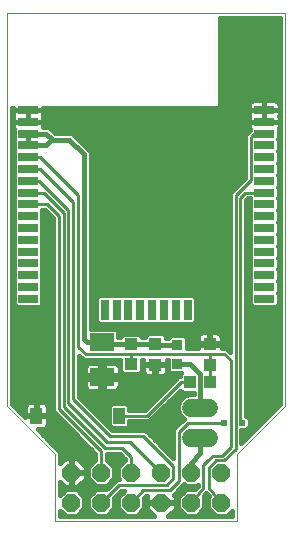
<source format=gtl>
G75*
%MOIN*%
%OFA0B0*%
%FSLAX25Y25*%
%IPPOS*%
%LPD*%
%AMOC8*
5,1,8,0,0,1.08239X$1,22.5*
%
%ADD10C,0.00000*%
%ADD11R,0.07874X0.05906*%
%ADD12R,0.04252X0.04134*%
%ADD13C,0.06000*%
%ADD14OC8,0.06000*%
%ADD15R,0.03543X0.03543*%
%ADD16R,0.03937X0.04331*%
%ADD17R,0.04331X0.03937*%
%ADD18R,0.03937X0.05512*%
%ADD19R,0.06693X0.02756*%
%ADD20R,0.02756X0.06693*%
%ADD21C,0.01600*%
%ADD22C,0.02400*%
%ADD23C,0.01000*%
%ADD24C,0.01500*%
D10*
X0065100Y0041600D02*
X0065100Y0064000D01*
X0049100Y0080000D01*
X0049100Y0211100D01*
X0141900Y0211100D01*
X0141900Y0080000D01*
X0125900Y0064000D01*
X0125900Y0041600D01*
X0065100Y0041600D01*
D11*
X0080900Y0089694D03*
X0080900Y0101506D03*
D12*
X0098500Y0100745D03*
X0098500Y0093855D03*
X0116700Y0093855D03*
X0116700Y0100745D03*
D13*
X0116500Y0079500D02*
X0110500Y0079500D01*
X0110500Y0069500D02*
X0116500Y0069500D01*
D14*
X0120500Y0057800D03*
X0120500Y0047800D03*
X0110500Y0047800D03*
X0110500Y0057800D03*
X0100500Y0057800D03*
X0100500Y0047800D03*
X0090500Y0047800D03*
X0090500Y0057800D03*
X0080500Y0057800D03*
X0080500Y0047800D03*
X0070500Y0047800D03*
X0070500Y0057800D03*
D15*
X0105900Y0094150D03*
X0105900Y0100450D03*
D16*
X0110154Y0088000D03*
X0116846Y0088000D03*
D17*
X0090400Y0093954D03*
X0090400Y0100646D03*
D18*
X0086500Y0076800D03*
X0058941Y0076800D03*
D19*
X0056130Y0115731D03*
X0056130Y0119668D03*
X0056130Y0123605D03*
X0056130Y0127542D03*
X0056130Y0131479D03*
X0056130Y0135416D03*
X0056130Y0139353D03*
X0056130Y0143290D03*
X0056130Y0147227D03*
X0056130Y0151164D03*
X0056130Y0155101D03*
X0056130Y0159038D03*
X0056130Y0162975D03*
X0056130Y0166912D03*
X0056130Y0170849D03*
X0056130Y0174786D03*
X0056130Y0178723D03*
X0134870Y0178723D03*
X0134870Y0174786D03*
X0134870Y0170849D03*
X0134870Y0166912D03*
X0134870Y0162975D03*
X0134870Y0159038D03*
X0134870Y0155101D03*
X0134870Y0151164D03*
X0134870Y0147227D03*
X0134870Y0143290D03*
X0134870Y0139353D03*
X0134870Y0135416D03*
X0134870Y0131479D03*
X0134870Y0127542D03*
X0134870Y0123605D03*
X0134870Y0119668D03*
X0134870Y0115731D03*
D20*
X0109280Y0112187D03*
X0105343Y0112187D03*
X0101406Y0112187D03*
X0097469Y0112187D03*
X0093531Y0112187D03*
X0089594Y0112187D03*
X0085657Y0112187D03*
X0081720Y0112187D03*
D21*
X0059401Y0072244D02*
X0065846Y0065800D01*
X0066900Y0064746D01*
X0066900Y0060988D01*
X0068512Y0062600D01*
X0070300Y0062600D01*
X0070300Y0058000D01*
X0070700Y0058000D01*
X0070700Y0062600D01*
X0072488Y0062600D01*
X0075300Y0059788D01*
X0075300Y0058000D01*
X0070700Y0058000D01*
X0070700Y0057600D01*
X0075300Y0057600D01*
X0075300Y0055812D01*
X0072488Y0053000D01*
X0070700Y0053000D01*
X0070700Y0057600D01*
X0070300Y0057600D01*
X0070300Y0053000D01*
X0068512Y0053000D01*
X0066900Y0054612D01*
X0066900Y0050423D01*
X0068677Y0052200D01*
X0072323Y0052200D01*
X0074900Y0049623D01*
X0074900Y0045977D01*
X0072323Y0043400D01*
X0068677Y0043400D01*
X0066900Y0045177D01*
X0066900Y0043400D01*
X0098112Y0043400D01*
X0095700Y0045812D01*
X0095700Y0047600D01*
X0100300Y0047600D01*
X0100300Y0048000D01*
X0095700Y0048000D01*
X0095700Y0049788D01*
X0095912Y0050000D01*
X0095387Y0050000D01*
X0094900Y0049513D01*
X0094900Y0045977D01*
X0092323Y0043400D01*
X0088677Y0043400D01*
X0086100Y0045977D01*
X0086100Y0049623D01*
X0088277Y0051800D01*
X0087187Y0051800D01*
X0084900Y0049513D01*
X0084900Y0045977D01*
X0082323Y0043400D01*
X0078677Y0043400D01*
X0076100Y0045977D01*
X0076100Y0049623D01*
X0078677Y0052200D01*
X0082213Y0052200D01*
X0084500Y0054487D01*
X0085613Y0055600D01*
X0086477Y0055600D01*
X0086100Y0055977D01*
X0086100Y0059623D01*
X0088595Y0062118D01*
X0086713Y0064000D01*
X0082400Y0064000D01*
X0082400Y0062123D01*
X0084900Y0059623D01*
X0084900Y0055977D01*
X0082323Y0053400D01*
X0078677Y0053400D01*
X0076100Y0055977D01*
X0076100Y0059623D01*
X0078600Y0062123D01*
X0078600Y0064113D01*
X0065613Y0077100D01*
X0064500Y0078213D01*
X0064500Y0142540D01*
X0061713Y0145327D01*
X0060876Y0145327D01*
X0060876Y0145269D01*
X0060866Y0145258D01*
X0060876Y0145248D01*
X0060876Y0141332D01*
X0060866Y0141321D01*
X0060876Y0141311D01*
X0060876Y0137395D01*
X0060866Y0137384D01*
X0060876Y0137374D01*
X0060876Y0133458D01*
X0060866Y0133447D01*
X0060876Y0133437D01*
X0060876Y0129521D01*
X0060866Y0129510D01*
X0060876Y0129500D01*
X0060876Y0125584D01*
X0060866Y0125573D01*
X0060876Y0125563D01*
X0060876Y0121647D01*
X0060866Y0121636D01*
X0060876Y0121626D01*
X0060876Y0117710D01*
X0060866Y0117699D01*
X0060876Y0117689D01*
X0060876Y0113773D01*
X0060056Y0112953D01*
X0052204Y0112953D01*
X0051383Y0113773D01*
X0051383Y0117689D01*
X0051394Y0117699D01*
X0051383Y0117710D01*
X0051383Y0121626D01*
X0051394Y0121636D01*
X0051383Y0121647D01*
X0051383Y0125563D01*
X0051394Y0125573D01*
X0051383Y0125584D01*
X0051383Y0129500D01*
X0051394Y0129510D01*
X0051383Y0129521D01*
X0051383Y0133437D01*
X0051394Y0133447D01*
X0051383Y0133458D01*
X0051383Y0137374D01*
X0051394Y0137384D01*
X0051383Y0137395D01*
X0051383Y0141311D01*
X0051394Y0141321D01*
X0051383Y0141332D01*
X0051383Y0145248D01*
X0051394Y0145258D01*
X0051383Y0145269D01*
X0051383Y0149185D01*
X0051394Y0149195D01*
X0051383Y0149206D01*
X0051383Y0153122D01*
X0051394Y0153132D01*
X0051383Y0153143D01*
X0051383Y0157059D01*
X0051394Y0157069D01*
X0051383Y0157080D01*
X0051383Y0160996D01*
X0051394Y0161006D01*
X0051383Y0161017D01*
X0051383Y0164933D01*
X0051394Y0164943D01*
X0051383Y0164954D01*
X0051383Y0168870D01*
X0051394Y0168880D01*
X0051383Y0168891D01*
X0051383Y0172262D01*
X0051343Y0172303D01*
X0051106Y0172713D01*
X0050983Y0173171D01*
X0050983Y0174786D01*
X0056130Y0174786D01*
X0056130Y0174786D01*
X0056130Y0175545D01*
X0056130Y0178723D01*
X0061276Y0178723D01*
X0061276Y0179248D01*
X0119557Y0179248D01*
X0120172Y0179863D01*
X0120172Y0209300D01*
X0140100Y0209300D01*
X0140100Y0080746D01*
X0127200Y0067846D01*
X0127200Y0071900D01*
X0128117Y0071900D01*
X0129073Y0072296D01*
X0129804Y0073027D01*
X0130200Y0073983D01*
X0130200Y0075017D01*
X0129804Y0075973D01*
X0129073Y0076704D01*
X0128800Y0076817D01*
X0128800Y0148713D01*
X0129351Y0149264D01*
X0130124Y0149264D01*
X0130124Y0149206D01*
X0130134Y0149195D01*
X0130124Y0149185D01*
X0130124Y0145269D01*
X0130134Y0145258D01*
X0130124Y0145248D01*
X0130124Y0141332D01*
X0130134Y0141321D01*
X0130124Y0141311D01*
X0130124Y0137395D01*
X0130134Y0137384D01*
X0130124Y0137374D01*
X0130124Y0133458D01*
X0130134Y0133447D01*
X0130124Y0133437D01*
X0130124Y0129521D01*
X0130134Y0129510D01*
X0130124Y0129500D01*
X0130124Y0125584D01*
X0130134Y0125573D01*
X0130124Y0125563D01*
X0130124Y0121647D01*
X0130134Y0121636D01*
X0130124Y0121626D01*
X0130124Y0117710D01*
X0130134Y0117699D01*
X0130124Y0117689D01*
X0130124Y0113773D01*
X0130944Y0112953D01*
X0138796Y0112953D01*
X0139617Y0113773D01*
X0139617Y0117689D01*
X0139606Y0117699D01*
X0139617Y0117710D01*
X0139617Y0121626D01*
X0139606Y0121636D01*
X0139617Y0121647D01*
X0139617Y0125563D01*
X0139606Y0125573D01*
X0139617Y0125584D01*
X0139617Y0129500D01*
X0139606Y0129510D01*
X0139617Y0129521D01*
X0139617Y0133437D01*
X0139606Y0133447D01*
X0139617Y0133458D01*
X0139617Y0137374D01*
X0139606Y0137384D01*
X0139617Y0137395D01*
X0139617Y0141311D01*
X0139606Y0141321D01*
X0139617Y0141332D01*
X0139617Y0145248D01*
X0139606Y0145258D01*
X0139617Y0145269D01*
X0139617Y0149185D01*
X0139606Y0149195D01*
X0139617Y0149206D01*
X0139617Y0153122D01*
X0139606Y0153132D01*
X0139617Y0153143D01*
X0139617Y0157059D01*
X0139606Y0157069D01*
X0139617Y0157080D01*
X0139617Y0160996D01*
X0139606Y0161006D01*
X0139617Y0161017D01*
X0139617Y0164933D01*
X0139606Y0164943D01*
X0139617Y0164954D01*
X0139617Y0168870D01*
X0139606Y0168880D01*
X0139617Y0168891D01*
X0139617Y0172262D01*
X0139657Y0172303D01*
X0139894Y0172713D01*
X0140017Y0173171D01*
X0140017Y0174786D01*
X0140017Y0176401D01*
X0139922Y0176754D01*
X0140017Y0177108D01*
X0140017Y0178723D01*
X0140017Y0180338D01*
X0139894Y0180796D01*
X0139657Y0181206D01*
X0139322Y0181541D01*
X0138911Y0181778D01*
X0138454Y0181901D01*
X0134870Y0181901D01*
X0131287Y0181901D01*
X0130829Y0181778D01*
X0130418Y0181541D01*
X0130083Y0181206D01*
X0129846Y0180796D01*
X0129724Y0180338D01*
X0129724Y0178723D01*
X0134870Y0178723D01*
X0134870Y0181901D01*
X0134870Y0178723D01*
X0134870Y0178723D01*
X0134870Y0178723D01*
X0140017Y0178723D01*
X0134870Y0178723D01*
X0134870Y0178723D01*
X0129724Y0178723D01*
X0129724Y0177108D01*
X0129818Y0176754D01*
X0129724Y0176401D01*
X0129724Y0174786D01*
X0134870Y0174786D01*
X0134870Y0178723D01*
X0134870Y0178723D01*
X0134870Y0175545D01*
X0134870Y0174786D01*
X0134870Y0174786D01*
X0134870Y0174786D01*
X0140017Y0174786D01*
X0134870Y0174786D01*
X0134870Y0174786D01*
X0129724Y0174786D01*
X0129724Y0173171D01*
X0129846Y0172713D01*
X0130083Y0172303D01*
X0130124Y0172262D01*
X0130124Y0172111D01*
X0129649Y0171636D01*
X0128500Y0170487D01*
X0128500Y0156087D01*
X0123400Y0150987D01*
X0123400Y0098187D01*
X0122387Y0099200D01*
X0120626Y0099200D01*
X0120626Y0100511D01*
X0116934Y0100511D01*
X0116934Y0100978D01*
X0120626Y0100978D01*
X0120626Y0103049D01*
X0120503Y0103507D01*
X0120266Y0103917D01*
X0119931Y0104252D01*
X0119521Y0104489D01*
X0119063Y0104612D01*
X0116933Y0104612D01*
X0116933Y0100978D01*
X0116467Y0100978D01*
X0116467Y0104612D01*
X0114337Y0104612D01*
X0113879Y0104489D01*
X0113469Y0104252D01*
X0113134Y0103917D01*
X0112897Y0103507D01*
X0112774Y0103049D01*
X0112774Y0100978D01*
X0116466Y0100978D01*
X0116466Y0100511D01*
X0112774Y0100511D01*
X0112774Y0099200D01*
X0109072Y0099200D01*
X0109072Y0102801D01*
X0108252Y0103621D01*
X0103548Y0103621D01*
X0102728Y0102801D01*
X0102728Y0102650D01*
X0102026Y0102650D01*
X0102026Y0103392D01*
X0101206Y0104212D01*
X0095794Y0104212D01*
X0094974Y0103392D01*
X0094974Y0102945D01*
X0093965Y0102945D01*
X0093965Y0103195D01*
X0093145Y0104015D01*
X0087655Y0104015D01*
X0086835Y0103195D01*
X0086835Y0103000D01*
X0086237Y0103000D01*
X0086237Y0105038D01*
X0085417Y0105858D01*
X0077000Y0105858D01*
X0077000Y0164811D01*
X0075711Y0166100D01*
X0072100Y0169711D01*
X0072100Y0169711D01*
X0070811Y0171000D01*
X0065211Y0171000D01*
X0064711Y0171500D01*
X0063162Y0173049D01*
X0061244Y0173049D01*
X0061276Y0173171D01*
X0061276Y0174786D01*
X0061276Y0176401D01*
X0061182Y0176754D01*
X0061276Y0177108D01*
X0061276Y0178723D01*
X0056130Y0178723D01*
X0056130Y0178723D01*
X0056130Y0178723D01*
X0050983Y0178723D01*
X0050983Y0179248D01*
X0050900Y0179248D01*
X0050900Y0080746D01*
X0055172Y0076473D01*
X0055172Y0076616D01*
X0058757Y0076616D01*
X0058757Y0076984D01*
X0055172Y0076984D01*
X0055172Y0079793D01*
X0055295Y0080251D01*
X0055532Y0080661D01*
X0055867Y0080996D01*
X0056278Y0081233D01*
X0056735Y0081356D01*
X0058757Y0081356D01*
X0058757Y0076984D01*
X0059125Y0076984D01*
X0062709Y0076984D01*
X0062709Y0079793D01*
X0062587Y0080251D01*
X0062350Y0080661D01*
X0062015Y0080996D01*
X0061604Y0081233D01*
X0061146Y0081356D01*
X0059125Y0081356D01*
X0059125Y0076984D01*
X0059125Y0076616D01*
X0062709Y0076616D01*
X0062709Y0073807D01*
X0062587Y0073349D01*
X0062350Y0072939D01*
X0062015Y0072604D01*
X0061604Y0072367D01*
X0061146Y0072244D01*
X0059401Y0072244D01*
X0059674Y0071972D02*
X0070741Y0071972D01*
X0069143Y0073570D02*
X0062646Y0073570D01*
X0062709Y0075169D02*
X0067544Y0075169D01*
X0065946Y0076767D02*
X0059125Y0076767D01*
X0058757Y0076767D02*
X0054878Y0076767D01*
X0055172Y0078366D02*
X0053280Y0078366D01*
X0051681Y0079964D02*
X0055218Y0079964D01*
X0058757Y0079964D02*
X0059125Y0079964D01*
X0059125Y0078366D02*
X0058757Y0078366D01*
X0062709Y0078366D02*
X0064500Y0078366D01*
X0064500Y0079964D02*
X0062664Y0079964D01*
X0064500Y0081563D02*
X0050900Y0081563D01*
X0050900Y0083161D02*
X0064500Y0083161D01*
X0064500Y0084760D02*
X0050900Y0084760D01*
X0050900Y0086358D02*
X0064500Y0086358D01*
X0064500Y0087957D02*
X0050900Y0087957D01*
X0050900Y0089555D02*
X0064500Y0089555D01*
X0064500Y0091154D02*
X0050900Y0091154D01*
X0050900Y0092752D02*
X0064500Y0092752D01*
X0064500Y0094351D02*
X0050900Y0094351D01*
X0050900Y0095949D02*
X0064500Y0095949D01*
X0064500Y0097548D02*
X0050900Y0097548D01*
X0050900Y0099146D02*
X0064500Y0099146D01*
X0064500Y0100745D02*
X0050900Y0100745D01*
X0050900Y0102343D02*
X0064500Y0102343D01*
X0064500Y0103942D02*
X0050900Y0103942D01*
X0050900Y0105540D02*
X0064500Y0105540D01*
X0064500Y0107139D02*
X0050900Y0107139D01*
X0050900Y0108737D02*
X0064500Y0108737D01*
X0064500Y0110336D02*
X0050900Y0110336D01*
X0050900Y0111934D02*
X0064500Y0111934D01*
X0064500Y0113533D02*
X0060637Y0113533D01*
X0060876Y0115132D02*
X0064500Y0115132D01*
X0064500Y0116730D02*
X0060876Y0116730D01*
X0060876Y0118329D02*
X0064500Y0118329D01*
X0064500Y0119927D02*
X0060876Y0119927D01*
X0060876Y0121526D02*
X0064500Y0121526D01*
X0064500Y0123124D02*
X0060876Y0123124D01*
X0060876Y0124723D02*
X0064500Y0124723D01*
X0064500Y0126321D02*
X0060876Y0126321D01*
X0060876Y0127920D02*
X0064500Y0127920D01*
X0064500Y0129518D02*
X0060874Y0129518D01*
X0060876Y0131117D02*
X0064500Y0131117D01*
X0064500Y0132715D02*
X0060876Y0132715D01*
X0060876Y0134314D02*
X0064500Y0134314D01*
X0064500Y0135912D02*
X0060876Y0135912D01*
X0060876Y0137511D02*
X0064500Y0137511D01*
X0064500Y0139109D02*
X0060876Y0139109D01*
X0060876Y0140708D02*
X0064500Y0140708D01*
X0064500Y0142306D02*
X0060876Y0142306D01*
X0060876Y0143905D02*
X0063135Y0143905D01*
X0051383Y0143905D02*
X0050900Y0143905D01*
X0050900Y0145503D02*
X0051383Y0145503D01*
X0051383Y0147102D02*
X0050900Y0147102D01*
X0050900Y0148700D02*
X0051383Y0148700D01*
X0051383Y0150299D02*
X0050900Y0150299D01*
X0050900Y0151897D02*
X0051383Y0151897D01*
X0051383Y0153496D02*
X0050900Y0153496D01*
X0050900Y0155094D02*
X0051383Y0155094D01*
X0051383Y0156693D02*
X0050900Y0156693D01*
X0050900Y0158291D02*
X0051383Y0158291D01*
X0051383Y0159890D02*
X0050900Y0159890D01*
X0050900Y0161488D02*
X0051383Y0161488D01*
X0051383Y0163087D02*
X0050900Y0163087D01*
X0050900Y0164685D02*
X0051383Y0164685D01*
X0051383Y0166284D02*
X0050900Y0166284D01*
X0050900Y0167882D02*
X0051383Y0167882D01*
X0051383Y0169481D02*
X0050900Y0169481D01*
X0050900Y0171079D02*
X0051383Y0171079D01*
X0051126Y0172678D02*
X0050900Y0172678D01*
X0050900Y0174276D02*
X0050983Y0174276D01*
X0050983Y0174786D02*
X0056130Y0174786D01*
X0061276Y0174786D01*
X0056130Y0174786D01*
X0056130Y0174786D01*
X0056130Y0178723D01*
X0056130Y0178723D01*
X0050983Y0178723D01*
X0050983Y0177108D01*
X0051078Y0176754D01*
X0050983Y0176401D01*
X0050983Y0174786D01*
X0050983Y0175875D02*
X0050900Y0175875D01*
X0050900Y0177473D02*
X0050983Y0177473D01*
X0050983Y0179072D02*
X0050900Y0179072D01*
X0056130Y0177473D02*
X0056130Y0177473D01*
X0056130Y0175875D02*
X0056130Y0175875D01*
X0056130Y0174786D02*
X0056130Y0174786D01*
X0056130Y0170849D02*
X0062251Y0170849D01*
X0063800Y0169300D01*
X0063800Y0168800D01*
X0069900Y0168800D01*
X0074800Y0163900D01*
X0074800Y0102200D01*
X0075800Y0101200D01*
X0081006Y0101200D01*
X0080900Y0101506D01*
X0083394Y0101506D01*
X0084100Y0100800D01*
X0089635Y0100800D01*
X0089941Y0101106D01*
X0090400Y0100646D01*
X0090498Y0100745D01*
X0098500Y0100745D01*
X0098795Y0100450D01*
X0105900Y0100450D01*
X0109072Y0100745D02*
X0116466Y0100745D01*
X0116934Y0100745D02*
X0123400Y0100745D01*
X0123400Y0102343D02*
X0120626Y0102343D01*
X0120241Y0103942D02*
X0123400Y0103942D01*
X0123400Y0105540D02*
X0085735Y0105540D01*
X0086237Y0103942D02*
X0087582Y0103942D01*
X0087615Y0107441D02*
X0083700Y0107441D01*
X0083689Y0107452D01*
X0083678Y0107441D01*
X0079763Y0107441D01*
X0078943Y0108261D01*
X0078943Y0116114D01*
X0079763Y0116934D01*
X0083678Y0116934D01*
X0083689Y0116923D01*
X0083700Y0116934D01*
X0087615Y0116934D01*
X0087626Y0116923D01*
X0087637Y0116934D01*
X0091552Y0116934D01*
X0091563Y0116923D01*
X0091574Y0116934D01*
X0095489Y0116934D01*
X0095500Y0116923D01*
X0095511Y0116934D01*
X0099426Y0116934D01*
X0099437Y0116923D01*
X0099448Y0116934D01*
X0103363Y0116934D01*
X0103374Y0116923D01*
X0103385Y0116934D01*
X0107300Y0116934D01*
X0107311Y0116923D01*
X0107322Y0116934D01*
X0111237Y0116934D01*
X0112057Y0116114D01*
X0112057Y0108261D01*
X0111237Y0107441D01*
X0107322Y0107441D01*
X0107311Y0107452D01*
X0107300Y0107441D01*
X0103385Y0107441D01*
X0103374Y0107452D01*
X0103363Y0107441D01*
X0099448Y0107441D01*
X0099437Y0107452D01*
X0099426Y0107441D01*
X0095511Y0107441D01*
X0095500Y0107452D01*
X0095489Y0107441D01*
X0091574Y0107441D01*
X0091563Y0107452D01*
X0091552Y0107441D01*
X0087637Y0107441D01*
X0087626Y0107452D01*
X0087615Y0107441D01*
X0093218Y0103942D02*
X0095524Y0103942D01*
X0090400Y0100646D02*
X0090400Y0100345D01*
X0086835Y0095400D02*
X0086835Y0091405D01*
X0087655Y0090585D01*
X0093145Y0090585D01*
X0093965Y0091405D01*
X0093965Y0095400D01*
X0094574Y0095400D01*
X0094574Y0094089D01*
X0098266Y0094089D01*
X0098266Y0093622D01*
X0094574Y0093622D01*
X0094574Y0091551D01*
X0094697Y0091093D01*
X0094934Y0090683D01*
X0095269Y0090348D01*
X0095679Y0090111D01*
X0096137Y0089988D01*
X0098267Y0089988D01*
X0098267Y0093622D01*
X0098733Y0093622D01*
X0098733Y0089988D01*
X0100863Y0089988D01*
X0101321Y0090111D01*
X0101731Y0090348D01*
X0102066Y0090683D01*
X0102303Y0091093D01*
X0102426Y0091551D01*
X0102426Y0093622D01*
X0098734Y0093622D01*
X0098734Y0094089D01*
X0102426Y0094089D01*
X0102426Y0095400D01*
X0102728Y0095400D01*
X0102728Y0091799D01*
X0103548Y0090979D01*
X0107019Y0090979D01*
X0106785Y0090745D01*
X0106785Y0089900D01*
X0106213Y0089900D01*
X0105100Y0088787D01*
X0095013Y0078700D01*
X0089868Y0078700D01*
X0089868Y0080136D01*
X0089048Y0080956D01*
X0083952Y0080956D01*
X0083131Y0080136D01*
X0083131Y0073464D01*
X0083952Y0072644D01*
X0089048Y0072644D01*
X0089868Y0073464D01*
X0089868Y0074900D01*
X0096587Y0074900D01*
X0106863Y0085176D01*
X0107605Y0084435D01*
X0111350Y0084435D01*
X0111350Y0083900D01*
X0109625Y0083900D01*
X0108008Y0083230D01*
X0106770Y0081992D01*
X0106100Y0080375D01*
X0106100Y0078625D01*
X0106770Y0077008D01*
X0107995Y0075782D01*
X0107500Y0075287D01*
X0104500Y0072287D01*
X0104500Y0062687D01*
X0096300Y0070887D01*
X0095187Y0072000D01*
X0084187Y0072000D01*
X0073100Y0083087D01*
X0073100Y0096813D01*
X0074513Y0095400D01*
X0086835Y0095400D01*
X0086835Y0094351D02*
X0085434Y0094351D01*
X0085532Y0094325D02*
X0085074Y0094447D01*
X0081576Y0094447D01*
X0081576Y0090371D01*
X0080224Y0090371D01*
X0080224Y0094447D01*
X0076726Y0094447D01*
X0076268Y0094325D01*
X0075858Y0094088D01*
X0075523Y0093752D01*
X0075286Y0093342D01*
X0075163Y0092884D01*
X0075163Y0090371D01*
X0080224Y0090371D01*
X0080224Y0089018D01*
X0081576Y0089018D01*
X0081576Y0084942D01*
X0085074Y0084942D01*
X0085532Y0085064D01*
X0085942Y0085301D01*
X0086277Y0085637D01*
X0086514Y0086047D01*
X0086637Y0086505D01*
X0086637Y0089018D01*
X0081576Y0089018D01*
X0081576Y0090371D01*
X0086637Y0090371D01*
X0086637Y0092884D01*
X0086514Y0093342D01*
X0086277Y0093752D01*
X0085942Y0094088D01*
X0085532Y0094325D01*
X0086637Y0092752D02*
X0086835Y0092752D01*
X0086637Y0091154D02*
X0087086Y0091154D01*
X0086637Y0087957D02*
X0104270Y0087957D01*
X0105868Y0089555D02*
X0081576Y0089555D01*
X0080224Y0089555D02*
X0073100Y0089555D01*
X0073100Y0087957D02*
X0075163Y0087957D01*
X0075163Y0089018D02*
X0075163Y0086505D01*
X0075286Y0086047D01*
X0075523Y0085637D01*
X0075858Y0085301D01*
X0076268Y0085064D01*
X0076726Y0084942D01*
X0080224Y0084942D01*
X0080224Y0089018D01*
X0075163Y0089018D01*
X0075163Y0091154D02*
X0073100Y0091154D01*
X0073100Y0092752D02*
X0075163Y0092752D01*
X0076366Y0094351D02*
X0073100Y0094351D01*
X0073100Y0095949D02*
X0073964Y0095949D01*
X0080224Y0094351D02*
X0081576Y0094351D01*
X0081576Y0092752D02*
X0080224Y0092752D01*
X0080224Y0091154D02*
X0081576Y0091154D01*
X0081576Y0087957D02*
X0080224Y0087957D01*
X0080224Y0086358D02*
X0081576Y0086358D01*
X0086598Y0086358D02*
X0102671Y0086358D01*
X0101073Y0084760D02*
X0073100Y0084760D01*
X0073100Y0086358D02*
X0075202Y0086358D01*
X0073100Y0083161D02*
X0099474Y0083161D01*
X0097876Y0081563D02*
X0074624Y0081563D01*
X0076223Y0079964D02*
X0083131Y0079964D01*
X0083131Y0078366D02*
X0077821Y0078366D01*
X0079420Y0076767D02*
X0083131Y0076767D01*
X0083131Y0075169D02*
X0081018Y0075169D01*
X0082617Y0073570D02*
X0083131Y0073570D01*
X0089868Y0073570D02*
X0105783Y0073570D01*
X0104500Y0071972D02*
X0095215Y0071972D01*
X0096814Y0070373D02*
X0104500Y0070373D01*
X0104500Y0068775D02*
X0098412Y0068775D01*
X0100011Y0067176D02*
X0104500Y0067176D01*
X0104500Y0065578D02*
X0101609Y0065578D01*
X0103208Y0063979D02*
X0104500Y0063979D01*
X0110500Y0061100D02*
X0110500Y0057800D01*
X0108132Y0053945D02*
X0108677Y0053400D01*
X0112323Y0053400D01*
X0112700Y0053777D01*
X0112700Y0053479D01*
X0111651Y0052200D01*
X0108677Y0052200D01*
X0106100Y0049623D01*
X0106100Y0045977D01*
X0108677Y0043400D01*
X0112323Y0043400D01*
X0114900Y0045977D01*
X0114900Y0049623D01*
X0114654Y0049869D01*
X0115500Y0050901D01*
X0116346Y0049869D01*
X0116100Y0049623D01*
X0116100Y0045977D01*
X0118677Y0043400D01*
X0122323Y0043400D01*
X0124100Y0045177D01*
X0124100Y0043400D01*
X0102888Y0043400D01*
X0105300Y0045812D01*
X0105300Y0047600D01*
X0100700Y0047600D01*
X0100700Y0048000D01*
X0105300Y0048000D01*
X0105300Y0049788D01*
X0104638Y0050451D01*
X0107187Y0053000D01*
X0108132Y0053945D01*
X0106977Y0052790D02*
X0112134Y0052790D01*
X0114900Y0049593D02*
X0116100Y0049593D01*
X0116100Y0047994D02*
X0114900Y0047994D01*
X0114900Y0046396D02*
X0116100Y0046396D01*
X0117280Y0044797D02*
X0113720Y0044797D01*
X0107280Y0044797D02*
X0104285Y0044797D01*
X0105300Y0046396D02*
X0106100Y0046396D01*
X0106100Y0047994D02*
X0100700Y0047994D01*
X0100300Y0047994D02*
X0094900Y0047994D01*
X0094900Y0046396D02*
X0095700Y0046396D01*
X0096715Y0044797D02*
X0093720Y0044797D01*
X0094980Y0049593D02*
X0095700Y0049593D01*
X0087669Y0051191D02*
X0086578Y0051191D01*
X0086100Y0049593D02*
X0084980Y0049593D01*
X0084900Y0047994D02*
X0086100Y0047994D01*
X0086100Y0046396D02*
X0084900Y0046396D01*
X0083720Y0044797D02*
X0087280Y0044797D01*
X0082803Y0052790D02*
X0066900Y0052790D01*
X0066900Y0054388D02*
X0067124Y0054388D01*
X0070300Y0054388D02*
X0070700Y0054388D01*
X0070700Y0055987D02*
X0070300Y0055987D01*
X0070300Y0057585D02*
X0070700Y0057585D01*
X0070700Y0059184D02*
X0070300Y0059184D01*
X0070300Y0060782D02*
X0070700Y0060782D01*
X0070700Y0062381D02*
X0070300Y0062381D01*
X0068292Y0062381D02*
X0066900Y0062381D01*
X0066900Y0063979D02*
X0078600Y0063979D01*
X0078600Y0062381D02*
X0072708Y0062381D01*
X0074306Y0060782D02*
X0077260Y0060782D01*
X0076100Y0059184D02*
X0075300Y0059184D01*
X0075300Y0057585D02*
X0076100Y0057585D01*
X0076100Y0055987D02*
X0075300Y0055987D01*
X0073876Y0054388D02*
X0077689Y0054388D01*
X0077669Y0051191D02*
X0073331Y0051191D01*
X0074900Y0049593D02*
X0076100Y0049593D01*
X0076100Y0047994D02*
X0074900Y0047994D01*
X0074900Y0046396D02*
X0076100Y0046396D01*
X0077280Y0044797D02*
X0073720Y0044797D01*
X0067669Y0051191D02*
X0066900Y0051191D01*
X0066900Y0044797D02*
X0067280Y0044797D01*
X0083311Y0054388D02*
X0084401Y0054388D01*
X0084900Y0055987D02*
X0086100Y0055987D01*
X0086100Y0057585D02*
X0084900Y0057585D01*
X0084900Y0059184D02*
X0086100Y0059184D01*
X0087260Y0060782D02*
X0083740Y0060782D01*
X0082400Y0062381D02*
X0088332Y0062381D01*
X0086734Y0063979D02*
X0082400Y0063979D01*
X0077135Y0065578D02*
X0066068Y0065578D01*
X0064469Y0067176D02*
X0075537Y0067176D01*
X0073938Y0068775D02*
X0062871Y0068775D01*
X0061272Y0070373D02*
X0072340Y0070373D01*
X0089868Y0079964D02*
X0096277Y0079964D01*
X0098454Y0076767D02*
X0107010Y0076767D01*
X0107382Y0075169D02*
X0096856Y0075169D01*
X0100053Y0078366D02*
X0106207Y0078366D01*
X0106100Y0079964D02*
X0101651Y0079964D01*
X0103250Y0081563D02*
X0106592Y0081563D01*
X0107939Y0083161D02*
X0104848Y0083161D01*
X0106447Y0084760D02*
X0107280Y0084760D01*
X0103373Y0091154D02*
X0102320Y0091154D01*
X0102426Y0092752D02*
X0102728Y0092752D01*
X0102728Y0094351D02*
X0102426Y0094351D01*
X0098733Y0092752D02*
X0098267Y0092752D01*
X0098267Y0091154D02*
X0098733Y0091154D01*
X0094680Y0091154D02*
X0093714Y0091154D01*
X0093965Y0092752D02*
X0094574Y0092752D01*
X0094574Y0094351D02*
X0093965Y0094351D01*
X0101476Y0103942D02*
X0113159Y0103942D01*
X0112774Y0102343D02*
X0109072Y0102343D01*
X0112057Y0108737D02*
X0123400Y0108737D01*
X0123400Y0107139D02*
X0077000Y0107139D01*
X0077000Y0108737D02*
X0078943Y0108737D01*
X0078943Y0110336D02*
X0077000Y0110336D01*
X0077000Y0111934D02*
X0078943Y0111934D01*
X0078943Y0113533D02*
X0077000Y0113533D01*
X0077000Y0115132D02*
X0078943Y0115132D01*
X0079559Y0116730D02*
X0077000Y0116730D01*
X0077000Y0118329D02*
X0123400Y0118329D01*
X0123400Y0119927D02*
X0077000Y0119927D01*
X0077000Y0121526D02*
X0123400Y0121526D01*
X0123400Y0123124D02*
X0077000Y0123124D01*
X0077000Y0124723D02*
X0123400Y0124723D01*
X0123400Y0126321D02*
X0077000Y0126321D01*
X0077000Y0127920D02*
X0123400Y0127920D01*
X0123400Y0129518D02*
X0077000Y0129518D01*
X0077000Y0131117D02*
X0123400Y0131117D01*
X0123400Y0132715D02*
X0077000Y0132715D01*
X0077000Y0134314D02*
X0123400Y0134314D01*
X0123400Y0135912D02*
X0077000Y0135912D01*
X0077000Y0137511D02*
X0123400Y0137511D01*
X0123400Y0139109D02*
X0077000Y0139109D01*
X0077000Y0140708D02*
X0123400Y0140708D01*
X0123400Y0142306D02*
X0077000Y0142306D01*
X0077000Y0143905D02*
X0123400Y0143905D01*
X0123400Y0145503D02*
X0077000Y0145503D01*
X0077000Y0147102D02*
X0123400Y0147102D01*
X0123400Y0148700D02*
X0077000Y0148700D01*
X0077000Y0150299D02*
X0123400Y0150299D01*
X0124310Y0151897D02*
X0077000Y0151897D01*
X0077000Y0153496D02*
X0125909Y0153496D01*
X0127507Y0155094D02*
X0077000Y0155094D01*
X0077000Y0156693D02*
X0128500Y0156693D01*
X0128500Y0158291D02*
X0077000Y0158291D01*
X0077000Y0159890D02*
X0128500Y0159890D01*
X0128500Y0161488D02*
X0077000Y0161488D01*
X0077000Y0163087D02*
X0128500Y0163087D01*
X0128500Y0164685D02*
X0077000Y0164685D01*
X0075711Y0166100D02*
X0075711Y0166100D01*
X0075527Y0166284D02*
X0128500Y0166284D01*
X0128500Y0167882D02*
X0073929Y0167882D01*
X0072330Y0169481D02*
X0128500Y0169481D01*
X0129092Y0171079D02*
X0065132Y0171079D01*
X0063533Y0172678D02*
X0129867Y0172678D01*
X0129724Y0174276D02*
X0061276Y0174276D01*
X0061276Y0175875D02*
X0129724Y0175875D01*
X0129724Y0177473D02*
X0061276Y0177473D01*
X0061276Y0179072D02*
X0129724Y0179072D01*
X0129813Y0180670D02*
X0120172Y0180670D01*
X0120172Y0182269D02*
X0140100Y0182269D01*
X0140100Y0183868D02*
X0120172Y0183868D01*
X0120172Y0185466D02*
X0140100Y0185466D01*
X0140100Y0187065D02*
X0120172Y0187065D01*
X0120172Y0188663D02*
X0140100Y0188663D01*
X0140100Y0190262D02*
X0120172Y0190262D01*
X0120172Y0191860D02*
X0140100Y0191860D01*
X0140100Y0193459D02*
X0120172Y0193459D01*
X0120172Y0195057D02*
X0140100Y0195057D01*
X0140100Y0196656D02*
X0120172Y0196656D01*
X0120172Y0198254D02*
X0140100Y0198254D01*
X0140100Y0199853D02*
X0120172Y0199853D01*
X0120172Y0201451D02*
X0140100Y0201451D01*
X0140100Y0203050D02*
X0120172Y0203050D01*
X0120172Y0204648D02*
X0140100Y0204648D01*
X0140100Y0206247D02*
X0120172Y0206247D01*
X0120172Y0207845D02*
X0140100Y0207845D01*
X0139927Y0180670D02*
X0140100Y0180670D01*
X0140100Y0179072D02*
X0140017Y0179072D01*
X0140017Y0177473D02*
X0140100Y0177473D01*
X0140100Y0175875D02*
X0140017Y0175875D01*
X0140017Y0174276D02*
X0140100Y0174276D01*
X0140100Y0172678D02*
X0139874Y0172678D01*
X0140100Y0171079D02*
X0139617Y0171079D01*
X0139617Y0169481D02*
X0140100Y0169481D01*
X0140100Y0167882D02*
X0139617Y0167882D01*
X0139617Y0166284D02*
X0140100Y0166284D01*
X0140100Y0164685D02*
X0139617Y0164685D01*
X0139617Y0163087D02*
X0140100Y0163087D01*
X0140100Y0161488D02*
X0139617Y0161488D01*
X0139617Y0159890D02*
X0140100Y0159890D01*
X0140100Y0158291D02*
X0139617Y0158291D01*
X0139617Y0156693D02*
X0140100Y0156693D01*
X0140100Y0155094D02*
X0139617Y0155094D01*
X0139617Y0153496D02*
X0140100Y0153496D01*
X0140100Y0151897D02*
X0139617Y0151897D01*
X0139617Y0150299D02*
X0140100Y0150299D01*
X0140100Y0148700D02*
X0139617Y0148700D01*
X0139617Y0147102D02*
X0140100Y0147102D01*
X0140100Y0145503D02*
X0139617Y0145503D01*
X0139617Y0143905D02*
X0140100Y0143905D01*
X0140100Y0142306D02*
X0139617Y0142306D01*
X0139617Y0140708D02*
X0140100Y0140708D01*
X0140100Y0139109D02*
X0139617Y0139109D01*
X0139617Y0137511D02*
X0140100Y0137511D01*
X0140100Y0135912D02*
X0139617Y0135912D01*
X0139617Y0134314D02*
X0140100Y0134314D01*
X0140100Y0132715D02*
X0139617Y0132715D01*
X0139617Y0131117D02*
X0140100Y0131117D01*
X0140100Y0129518D02*
X0139614Y0129518D01*
X0139617Y0127920D02*
X0140100Y0127920D01*
X0140100Y0126321D02*
X0139617Y0126321D01*
X0139617Y0124723D02*
X0140100Y0124723D01*
X0140100Y0123124D02*
X0139617Y0123124D01*
X0139617Y0121526D02*
X0140100Y0121526D01*
X0140100Y0119927D02*
X0139617Y0119927D01*
X0139617Y0118329D02*
X0140100Y0118329D01*
X0140100Y0116730D02*
X0139617Y0116730D01*
X0139617Y0115132D02*
X0140100Y0115132D01*
X0140100Y0113533D02*
X0139377Y0113533D01*
X0140100Y0111934D02*
X0128800Y0111934D01*
X0128800Y0110336D02*
X0140100Y0110336D01*
X0140100Y0108737D02*
X0128800Y0108737D01*
X0128800Y0107139D02*
X0140100Y0107139D01*
X0140100Y0105540D02*
X0128800Y0105540D01*
X0128800Y0103942D02*
X0140100Y0103942D01*
X0140100Y0102343D02*
X0128800Y0102343D01*
X0128800Y0100745D02*
X0140100Y0100745D01*
X0140100Y0099146D02*
X0128800Y0099146D01*
X0128800Y0097548D02*
X0140100Y0097548D01*
X0140100Y0095949D02*
X0128800Y0095949D01*
X0128800Y0094351D02*
X0140100Y0094351D01*
X0140100Y0092752D02*
X0128800Y0092752D01*
X0128800Y0091154D02*
X0140100Y0091154D01*
X0140100Y0089555D02*
X0128800Y0089555D01*
X0128800Y0087957D02*
X0140100Y0087957D01*
X0140100Y0086358D02*
X0128800Y0086358D01*
X0128800Y0084760D02*
X0140100Y0084760D01*
X0140100Y0083161D02*
X0128800Y0083161D01*
X0128800Y0081563D02*
X0140100Y0081563D01*
X0139319Y0079964D02*
X0128800Y0079964D01*
X0128800Y0078366D02*
X0137720Y0078366D01*
X0136122Y0076767D02*
X0128920Y0076767D01*
X0130137Y0075169D02*
X0134523Y0075169D01*
X0132925Y0073570D02*
X0130029Y0073570D01*
X0131326Y0071972D02*
X0128290Y0071972D01*
X0127200Y0070373D02*
X0129728Y0070373D01*
X0128129Y0068775D02*
X0127200Y0068775D01*
X0113600Y0069400D02*
X0113600Y0064200D01*
X0110500Y0061100D01*
X0113600Y0069400D02*
X0113500Y0069500D01*
X0107669Y0051191D02*
X0105378Y0051191D01*
X0105300Y0049593D02*
X0106100Y0049593D01*
X0123720Y0044797D02*
X0124100Y0044797D01*
X0113500Y0090700D02*
X0113500Y0090800D01*
X0110200Y0094100D01*
X0105950Y0094100D01*
X0105900Y0094150D01*
X0116467Y0102343D02*
X0116933Y0102343D01*
X0116933Y0103942D02*
X0116467Y0103942D01*
X0122441Y0099146D02*
X0123400Y0099146D01*
X0123400Y0110336D02*
X0112057Y0110336D01*
X0112057Y0111934D02*
X0123400Y0111934D01*
X0123400Y0113533D02*
X0112057Y0113533D01*
X0112057Y0115132D02*
X0123400Y0115132D01*
X0123400Y0116730D02*
X0111441Y0116730D01*
X0128800Y0116730D02*
X0130124Y0116730D01*
X0130124Y0115132D02*
X0128800Y0115132D01*
X0128800Y0113533D02*
X0130363Y0113533D01*
X0130124Y0118329D02*
X0128800Y0118329D01*
X0128800Y0119927D02*
X0130124Y0119927D01*
X0130124Y0121526D02*
X0128800Y0121526D01*
X0128800Y0123124D02*
X0130124Y0123124D01*
X0130124Y0124723D02*
X0128800Y0124723D01*
X0128800Y0126321D02*
X0130124Y0126321D01*
X0130124Y0127920D02*
X0128800Y0127920D01*
X0128800Y0129518D02*
X0130126Y0129518D01*
X0130124Y0131117D02*
X0128800Y0131117D01*
X0128800Y0132715D02*
X0130124Y0132715D01*
X0130124Y0134314D02*
X0128800Y0134314D01*
X0128800Y0135912D02*
X0130124Y0135912D01*
X0130124Y0137511D02*
X0128800Y0137511D01*
X0128800Y0139109D02*
X0130124Y0139109D01*
X0130124Y0140708D02*
X0128800Y0140708D01*
X0128800Y0142306D02*
X0130124Y0142306D01*
X0130124Y0143905D02*
X0128800Y0143905D01*
X0128800Y0145503D02*
X0130124Y0145503D01*
X0130124Y0147102D02*
X0128800Y0147102D01*
X0128800Y0148700D02*
X0130124Y0148700D01*
X0134870Y0175875D02*
X0134870Y0175875D01*
X0134870Y0177473D02*
X0134870Y0177473D01*
X0134870Y0179072D02*
X0134870Y0179072D01*
X0134870Y0180670D02*
X0134870Y0180670D01*
X0063800Y0168800D02*
X0062100Y0167100D01*
X0062100Y0167000D01*
X0056500Y0167000D01*
X0056400Y0167100D01*
X0056142Y0166900D02*
X0056130Y0166912D01*
X0056130Y0170849D01*
X0062100Y0167000D02*
X0063800Y0168700D01*
X0063800Y0168800D01*
X0051383Y0142306D02*
X0050900Y0142306D01*
X0050900Y0140708D02*
X0051383Y0140708D01*
X0051383Y0139109D02*
X0050900Y0139109D01*
X0050900Y0137511D02*
X0051383Y0137511D01*
X0051383Y0135912D02*
X0050900Y0135912D01*
X0050900Y0134314D02*
X0051383Y0134314D01*
X0051383Y0132715D02*
X0050900Y0132715D01*
X0050900Y0131117D02*
X0051383Y0131117D01*
X0051386Y0129518D02*
X0050900Y0129518D01*
X0050900Y0127920D02*
X0051383Y0127920D01*
X0051383Y0126321D02*
X0050900Y0126321D01*
X0050900Y0124723D02*
X0051383Y0124723D01*
X0051383Y0123124D02*
X0050900Y0123124D01*
X0050900Y0121526D02*
X0051383Y0121526D01*
X0051383Y0119927D02*
X0050900Y0119927D01*
X0050900Y0118329D02*
X0051383Y0118329D01*
X0051383Y0116730D02*
X0050900Y0116730D01*
X0050900Y0115132D02*
X0051383Y0115132D01*
X0051623Y0113533D02*
X0050900Y0113533D01*
D22*
X0074300Y0089600D03*
X0080900Y0084000D03*
X0088000Y0085800D03*
X0088000Y0088800D03*
X0091000Y0088800D03*
X0094000Y0088800D03*
X0094000Y0085800D03*
X0091000Y0085800D03*
X0112300Y0100800D03*
X0116700Y0105500D03*
X0121200Y0100800D03*
X0121400Y0074500D03*
X0127600Y0074500D03*
X0111700Y0166600D03*
X0103600Y0176300D03*
X0096800Y0166600D03*
X0090200Y0176300D03*
X0083400Y0166600D03*
X0075900Y0176300D03*
X0062000Y0174600D03*
X0062000Y0178700D03*
X0119800Y0176300D03*
X0129100Y0174800D03*
X0129100Y0178800D03*
X0121600Y0185600D03*
X0130600Y0192300D03*
X0121600Y0197900D03*
X0130600Y0204200D03*
X0121600Y0208200D03*
D23*
X0131549Y0170849D02*
X0134870Y0170849D01*
X0131549Y0170849D02*
X0130400Y0169700D01*
X0130400Y0155300D01*
X0125300Y0150200D01*
X0125300Y0065600D01*
X0121600Y0061900D01*
X0118800Y0061900D01*
X0116400Y0059500D01*
X0116400Y0052800D01*
X0120500Y0047800D01*
X0114600Y0052800D02*
X0114600Y0060300D01*
X0116100Y0061900D01*
X0117700Y0063500D01*
X0120700Y0063500D01*
X0123700Y0066500D01*
X0123700Y0095200D01*
X0121600Y0097300D01*
X0116700Y0097300D01*
X0116700Y0093855D01*
X0116700Y0088000D01*
X0116846Y0088000D01*
X0110154Y0088000D02*
X0107000Y0088000D01*
X0095800Y0076800D01*
X0086500Y0076800D01*
X0083400Y0070100D02*
X0071200Y0082300D01*
X0071200Y0148000D01*
X0060100Y0159100D01*
X0056192Y0159100D01*
X0056130Y0159038D01*
X0056130Y0162975D02*
X0060125Y0162975D01*
X0072800Y0150300D01*
X0072800Y0099800D01*
X0075300Y0097300D01*
X0090400Y0097300D01*
X0090400Y0093954D01*
X0090454Y0093400D01*
X0091400Y0093200D01*
X0090598Y0093355D02*
X0090400Y0093954D01*
X0090400Y0097300D02*
X0116700Y0097300D01*
X0126900Y0075200D02*
X0127600Y0074500D01*
X0126900Y0075200D02*
X0126900Y0149500D01*
X0128564Y0151164D01*
X0134870Y0151164D01*
X0069600Y0145301D02*
X0069600Y0081000D01*
X0082500Y0068100D01*
X0090200Y0068100D01*
X0100500Y0057800D01*
X0102300Y0053700D02*
X0104600Y0056000D01*
X0104600Y0060000D01*
X0104500Y0060000D01*
X0094400Y0070100D01*
X0083400Y0070100D01*
X0081800Y0065900D02*
X0087500Y0065900D01*
X0090500Y0062900D01*
X0090500Y0057800D01*
X0086400Y0053700D02*
X0102300Y0053700D01*
X0103400Y0051900D02*
X0106400Y0054900D01*
X0106400Y0071500D01*
X0109400Y0074500D01*
X0121400Y0074500D01*
X0114600Y0052800D02*
X0110500Y0047800D01*
X0103400Y0051900D02*
X0094600Y0051900D01*
X0090500Y0047800D01*
X0086400Y0053700D02*
X0080500Y0047800D01*
X0080500Y0057800D02*
X0080500Y0064900D01*
X0066400Y0079000D01*
X0066400Y0143327D01*
X0062500Y0147227D01*
X0056130Y0147227D01*
X0056130Y0151164D02*
X0061300Y0151164D01*
X0068000Y0144464D01*
X0068000Y0079700D01*
X0081800Y0065900D01*
X0081000Y0057800D02*
X0080500Y0057800D01*
X0069600Y0145301D02*
X0059800Y0155101D01*
X0056130Y0155101D01*
D24*
X0113500Y0090700D02*
X0113500Y0079500D01*
M02*

</source>
